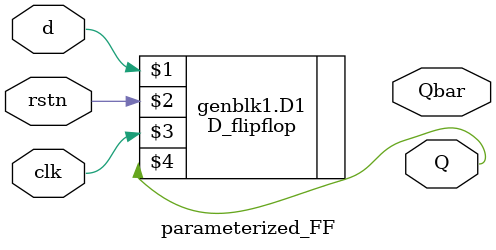
<source format=v>
module parameterized_FF (d , rstn , clk , Q, Qbar);
parameter FF_type = 0 ;
input d , rstn , clk ;
output Q , Qbar ;
localparam DFF = 0;
localparam TFF = 1;
generate
    if (FF_type == DFF) begin
        D_flipflop D1 (d , rstn , clk , Q);
    end
    else if (FF_type == TFF ) begin
        T_flipflop T1 (d , rstn , clk , Q);
    end
endgenerate
endmodule 
</source>
